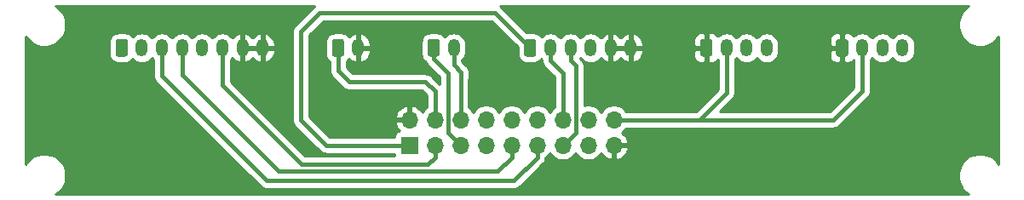
<source format=gtl>
G04 #@! TF.GenerationSoftware,KiCad,Pcbnew,(5.1.5)-3*
G04 #@! TF.CreationDate,2020-05-29T16:33:12+07:00*
G04 #@! TF.ProjectId,LIBV_Pannel,4c494256-5f50-4616-9e6e-656c2e6b6963,rev?*
G04 #@! TF.SameCoordinates,PX53724e0PY5fd8220*
G04 #@! TF.FileFunction,Copper,L1,Top*
G04 #@! TF.FilePolarity,Positive*
%FSLAX46Y46*%
G04 Gerber Fmt 4.6, Leading zero omitted, Abs format (unit mm)*
G04 Created by KiCad (PCBNEW (5.1.5)-3) date 2020-05-29 16:33:12*
%MOMM*%
%LPD*%
G04 APERTURE LIST*
%ADD10O,1.200000X1.750000*%
%ADD11C,0.100000*%
%ADD12O,1.700000X1.700000*%
%ADD13R,1.700000X1.700000*%
%ADD14C,0.400000*%
%ADD15C,0.254000*%
G04 APERTURE END LIST*
D10*
X60800000Y15200000D03*
X58800000Y15200000D03*
X56800000Y15200000D03*
X54800000Y15200000D03*
X52800000Y15200000D03*
G04 #@! TA.AperFunction,ComponentPad*
D11*
G36*
X51174505Y16073796D02*
G01*
X51198773Y16070196D01*
X51222572Y16064235D01*
X51245671Y16055970D01*
X51267850Y16045480D01*
X51288893Y16032868D01*
X51308599Y16018253D01*
X51326777Y16001777D01*
X51343253Y15983599D01*
X51357868Y15963893D01*
X51370480Y15942850D01*
X51380970Y15920671D01*
X51389235Y15897572D01*
X51395196Y15873773D01*
X51398796Y15849505D01*
X51400000Y15825001D01*
X51400000Y14574999D01*
X51398796Y14550495D01*
X51395196Y14526227D01*
X51389235Y14502428D01*
X51380970Y14479329D01*
X51370480Y14457150D01*
X51357868Y14436107D01*
X51343253Y14416401D01*
X51326777Y14398223D01*
X51308599Y14381747D01*
X51288893Y14367132D01*
X51267850Y14354520D01*
X51245671Y14344030D01*
X51222572Y14335765D01*
X51198773Y14329804D01*
X51174505Y14326204D01*
X51150001Y14325000D01*
X50449999Y14325000D01*
X50425495Y14326204D01*
X50401227Y14329804D01*
X50377428Y14335765D01*
X50354329Y14344030D01*
X50332150Y14354520D01*
X50311107Y14367132D01*
X50291401Y14381747D01*
X50273223Y14398223D01*
X50256747Y14416401D01*
X50242132Y14436107D01*
X50229520Y14457150D01*
X50219030Y14479329D01*
X50210765Y14502428D01*
X50204804Y14526227D01*
X50201204Y14550495D01*
X50200000Y14574999D01*
X50200000Y15825001D01*
X50201204Y15849505D01*
X50204804Y15873773D01*
X50210765Y15897572D01*
X50219030Y15920671D01*
X50229520Y15942850D01*
X50242132Y15963893D01*
X50256747Y15983599D01*
X50273223Y16001777D01*
X50291401Y16018253D01*
X50311107Y16032868D01*
X50332150Y16045480D01*
X50354329Y16055970D01*
X50377428Y16064235D01*
X50401227Y16070196D01*
X50425495Y16073796D01*
X50449999Y16075000D01*
X51150001Y16075000D01*
X51174505Y16073796D01*
G37*
G04 #@! TD.AperFunction*
D10*
X33700000Y15200000D03*
G04 #@! TA.AperFunction,ComponentPad*
D11*
G36*
X32074505Y16073796D02*
G01*
X32098773Y16070196D01*
X32122572Y16064235D01*
X32145671Y16055970D01*
X32167850Y16045480D01*
X32188893Y16032868D01*
X32208599Y16018253D01*
X32226777Y16001777D01*
X32243253Y15983599D01*
X32257868Y15963893D01*
X32270480Y15942850D01*
X32280970Y15920671D01*
X32289235Y15897572D01*
X32295196Y15873773D01*
X32298796Y15849505D01*
X32300000Y15825001D01*
X32300000Y14574999D01*
X32298796Y14550495D01*
X32295196Y14526227D01*
X32289235Y14502428D01*
X32280970Y14479329D01*
X32270480Y14457150D01*
X32257868Y14436107D01*
X32243253Y14416401D01*
X32226777Y14398223D01*
X32208599Y14381747D01*
X32188893Y14367132D01*
X32167850Y14354520D01*
X32145671Y14344030D01*
X32122572Y14335765D01*
X32098773Y14329804D01*
X32074505Y14326204D01*
X32050001Y14325000D01*
X31349999Y14325000D01*
X31325495Y14326204D01*
X31301227Y14329804D01*
X31277428Y14335765D01*
X31254329Y14344030D01*
X31232150Y14354520D01*
X31211107Y14367132D01*
X31191401Y14381747D01*
X31173223Y14398223D01*
X31156747Y14416401D01*
X31142132Y14436107D01*
X31129520Y14457150D01*
X31119030Y14479329D01*
X31110765Y14502428D01*
X31104804Y14526227D01*
X31101204Y14550495D01*
X31100000Y14574999D01*
X31100000Y15825001D01*
X31101204Y15849505D01*
X31104804Y15873773D01*
X31110765Y15897572D01*
X31119030Y15920671D01*
X31129520Y15942850D01*
X31142132Y15963893D01*
X31156747Y15983599D01*
X31173223Y16001777D01*
X31191401Y16018253D01*
X31211107Y16032868D01*
X31232150Y16045480D01*
X31254329Y16055970D01*
X31277428Y16064235D01*
X31301227Y16070196D01*
X31325495Y16073796D01*
X31349999Y16075000D01*
X32050001Y16075000D01*
X32074505Y16073796D01*
G37*
G04 #@! TD.AperFunction*
D10*
X87800000Y15200000D03*
X85800000Y15200000D03*
X83800000Y15200000D03*
G04 #@! TA.AperFunction,ComponentPad*
D11*
G36*
X82174505Y16073796D02*
G01*
X82198773Y16070196D01*
X82222572Y16064235D01*
X82245671Y16055970D01*
X82267850Y16045480D01*
X82288893Y16032868D01*
X82308599Y16018253D01*
X82326777Y16001777D01*
X82343253Y15983599D01*
X82357868Y15963893D01*
X82370480Y15942850D01*
X82380970Y15920671D01*
X82389235Y15897572D01*
X82395196Y15873773D01*
X82398796Y15849505D01*
X82400000Y15825001D01*
X82400000Y14574999D01*
X82398796Y14550495D01*
X82395196Y14526227D01*
X82389235Y14502428D01*
X82380970Y14479329D01*
X82370480Y14457150D01*
X82357868Y14436107D01*
X82343253Y14416401D01*
X82326777Y14398223D01*
X82308599Y14381747D01*
X82288893Y14367132D01*
X82267850Y14354520D01*
X82245671Y14344030D01*
X82222572Y14335765D01*
X82198773Y14329804D01*
X82174505Y14326204D01*
X82150001Y14325000D01*
X81449999Y14325000D01*
X81425495Y14326204D01*
X81401227Y14329804D01*
X81377428Y14335765D01*
X81354329Y14344030D01*
X81332150Y14354520D01*
X81311107Y14367132D01*
X81291401Y14381747D01*
X81273223Y14398223D01*
X81256747Y14416401D01*
X81242132Y14436107D01*
X81229520Y14457150D01*
X81219030Y14479329D01*
X81210765Y14502428D01*
X81204804Y14526227D01*
X81201204Y14550495D01*
X81200000Y14574999D01*
X81200000Y15825001D01*
X81201204Y15849505D01*
X81204804Y15873773D01*
X81210765Y15897572D01*
X81219030Y15920671D01*
X81229520Y15942850D01*
X81242132Y15963893D01*
X81256747Y15983599D01*
X81273223Y16001777D01*
X81291401Y16018253D01*
X81311107Y16032868D01*
X81332150Y16045480D01*
X81354329Y16055970D01*
X81377428Y16064235D01*
X81401227Y16070196D01*
X81425495Y16073796D01*
X81449999Y16075000D01*
X82150001Y16075000D01*
X82174505Y16073796D01*
G37*
G04 #@! TD.AperFunction*
D10*
X43200000Y15200000D03*
G04 #@! TA.AperFunction,ComponentPad*
D11*
G36*
X41574505Y16073796D02*
G01*
X41598773Y16070196D01*
X41622572Y16064235D01*
X41645671Y16055970D01*
X41667850Y16045480D01*
X41688893Y16032868D01*
X41708599Y16018253D01*
X41726777Y16001777D01*
X41743253Y15983599D01*
X41757868Y15963893D01*
X41770480Y15942850D01*
X41780970Y15920671D01*
X41789235Y15897572D01*
X41795196Y15873773D01*
X41798796Y15849505D01*
X41800000Y15825001D01*
X41800000Y14574999D01*
X41798796Y14550495D01*
X41795196Y14526227D01*
X41789235Y14502428D01*
X41780970Y14479329D01*
X41770480Y14457150D01*
X41757868Y14436107D01*
X41743253Y14416401D01*
X41726777Y14398223D01*
X41708599Y14381747D01*
X41688893Y14367132D01*
X41667850Y14354520D01*
X41645671Y14344030D01*
X41622572Y14335765D01*
X41598773Y14329804D01*
X41574505Y14326204D01*
X41550001Y14325000D01*
X40849999Y14325000D01*
X40825495Y14326204D01*
X40801227Y14329804D01*
X40777428Y14335765D01*
X40754329Y14344030D01*
X40732150Y14354520D01*
X40711107Y14367132D01*
X40691401Y14381747D01*
X40673223Y14398223D01*
X40656747Y14416401D01*
X40642132Y14436107D01*
X40629520Y14457150D01*
X40619030Y14479329D01*
X40610765Y14502428D01*
X40604804Y14526227D01*
X40601204Y14550495D01*
X40600000Y14574999D01*
X40600000Y15825001D01*
X40601204Y15849505D01*
X40604804Y15873773D01*
X40610765Y15897572D01*
X40619030Y15920671D01*
X40629520Y15942850D01*
X40642132Y15963893D01*
X40656747Y15983599D01*
X40673223Y16001777D01*
X40691401Y16018253D01*
X40711107Y16032868D01*
X40732150Y16045480D01*
X40754329Y16055970D01*
X40777428Y16064235D01*
X40801227Y16070196D01*
X40825495Y16073796D01*
X40849999Y16075000D01*
X41550001Y16075000D01*
X41574505Y16073796D01*
G37*
G04 #@! TD.AperFunction*
D10*
X74300000Y15200000D03*
X72300000Y15200000D03*
X70300000Y15200000D03*
G04 #@! TA.AperFunction,ComponentPad*
D11*
G36*
X68674505Y16073796D02*
G01*
X68698773Y16070196D01*
X68722572Y16064235D01*
X68745671Y16055970D01*
X68767850Y16045480D01*
X68788893Y16032868D01*
X68808599Y16018253D01*
X68826777Y16001777D01*
X68843253Y15983599D01*
X68857868Y15963893D01*
X68870480Y15942850D01*
X68880970Y15920671D01*
X68889235Y15897572D01*
X68895196Y15873773D01*
X68898796Y15849505D01*
X68900000Y15825001D01*
X68900000Y14574999D01*
X68898796Y14550495D01*
X68895196Y14526227D01*
X68889235Y14502428D01*
X68880970Y14479329D01*
X68870480Y14457150D01*
X68857868Y14436107D01*
X68843253Y14416401D01*
X68826777Y14398223D01*
X68808599Y14381747D01*
X68788893Y14367132D01*
X68767850Y14354520D01*
X68745671Y14344030D01*
X68722572Y14335765D01*
X68698773Y14329804D01*
X68674505Y14326204D01*
X68650001Y14325000D01*
X67949999Y14325000D01*
X67925495Y14326204D01*
X67901227Y14329804D01*
X67877428Y14335765D01*
X67854329Y14344030D01*
X67832150Y14354520D01*
X67811107Y14367132D01*
X67791401Y14381747D01*
X67773223Y14398223D01*
X67756747Y14416401D01*
X67742132Y14436107D01*
X67729520Y14457150D01*
X67719030Y14479329D01*
X67710765Y14502428D01*
X67704804Y14526227D01*
X67701204Y14550495D01*
X67700000Y14574999D01*
X67700000Y15825001D01*
X67701204Y15849505D01*
X67704804Y15873773D01*
X67710765Y15897572D01*
X67719030Y15920671D01*
X67729520Y15942850D01*
X67742132Y15963893D01*
X67756747Y15983599D01*
X67773223Y16001777D01*
X67791401Y16018253D01*
X67811107Y16032868D01*
X67832150Y16045480D01*
X67854329Y16055970D01*
X67877428Y16064235D01*
X67901227Y16070196D01*
X67925495Y16073796D01*
X67949999Y16075000D01*
X68650001Y16075000D01*
X68674505Y16073796D01*
G37*
G04 #@! TD.AperFunction*
D10*
X24200000Y15200000D03*
X22200000Y15200000D03*
X20200000Y15200000D03*
X18200000Y15200000D03*
X16200000Y15200000D03*
X14200000Y15200000D03*
X12200000Y15200000D03*
G04 #@! TA.AperFunction,ComponentPad*
D11*
G36*
X10574505Y16073796D02*
G01*
X10598773Y16070196D01*
X10622572Y16064235D01*
X10645671Y16055970D01*
X10667850Y16045480D01*
X10688893Y16032868D01*
X10708599Y16018253D01*
X10726777Y16001777D01*
X10743253Y15983599D01*
X10757868Y15963893D01*
X10770480Y15942850D01*
X10780970Y15920671D01*
X10789235Y15897572D01*
X10795196Y15873773D01*
X10798796Y15849505D01*
X10800000Y15825001D01*
X10800000Y14574999D01*
X10798796Y14550495D01*
X10795196Y14526227D01*
X10789235Y14502428D01*
X10780970Y14479329D01*
X10770480Y14457150D01*
X10757868Y14436107D01*
X10743253Y14416401D01*
X10726777Y14398223D01*
X10708599Y14381747D01*
X10688893Y14367132D01*
X10667850Y14354520D01*
X10645671Y14344030D01*
X10622572Y14335765D01*
X10598773Y14329804D01*
X10574505Y14326204D01*
X10550001Y14325000D01*
X9849999Y14325000D01*
X9825495Y14326204D01*
X9801227Y14329804D01*
X9777428Y14335765D01*
X9754329Y14344030D01*
X9732150Y14354520D01*
X9711107Y14367132D01*
X9691401Y14381747D01*
X9673223Y14398223D01*
X9656747Y14416401D01*
X9642132Y14436107D01*
X9629520Y14457150D01*
X9619030Y14479329D01*
X9610765Y14502428D01*
X9604804Y14526227D01*
X9601204Y14550495D01*
X9600000Y14574999D01*
X9600000Y15825001D01*
X9601204Y15849505D01*
X9604804Y15873773D01*
X9610765Y15897572D01*
X9619030Y15920671D01*
X9629520Y15942850D01*
X9642132Y15963893D01*
X9656747Y15983599D01*
X9673223Y16001777D01*
X9691401Y16018253D01*
X9711107Y16032868D01*
X9732150Y16045480D01*
X9754329Y16055970D01*
X9777428Y16064235D01*
X9801227Y16070196D01*
X9825495Y16073796D01*
X9849999Y16075000D01*
X10550001Y16075000D01*
X10574505Y16073796D01*
G37*
G04 #@! TD.AperFunction*
D12*
X59120000Y8040000D03*
X59120000Y5500000D03*
X56580000Y8040000D03*
X56580000Y5500000D03*
X54040000Y8040000D03*
X54040000Y5500000D03*
X51500000Y8040000D03*
X51500000Y5500000D03*
X48960000Y8040000D03*
X48960000Y5500000D03*
X46420000Y8040000D03*
X46420000Y5500000D03*
X43880000Y8040000D03*
X43880000Y5500000D03*
X41340000Y8040000D03*
X41340000Y5500000D03*
X38800000Y8040000D03*
D13*
X38800000Y5500000D03*
D14*
X70300000Y15200000D02*
X70300000Y10700000D01*
X83800000Y10900000D02*
X83800000Y15200000D01*
X67640000Y8040000D02*
X70300000Y10700000D01*
X59120000Y8040000D02*
X67640000Y8040000D01*
X80940000Y8040000D02*
X83800000Y10900000D01*
X67640000Y8040000D02*
X80940000Y8040000D01*
X54040000Y12685000D02*
X54040000Y8040000D01*
X52800000Y15200000D02*
X52800000Y13925000D01*
X52800000Y13925000D02*
X54040000Y12685000D01*
X54800000Y13925000D02*
X54800000Y15200000D01*
X55329999Y13395001D02*
X54800000Y13925000D01*
X55329999Y6789999D02*
X55329999Y13395001D01*
X54040000Y5500000D02*
X55329999Y6789999D01*
X51500000Y4297919D02*
X49202081Y2000000D01*
X51500000Y5500000D02*
X51500000Y4297919D01*
X49202081Y2000000D02*
X24600000Y2000000D01*
X14200000Y12400000D02*
X14200000Y15200000D01*
X24600000Y2000000D02*
X14200000Y12400000D01*
X48960000Y4297919D02*
X47562081Y2900000D01*
X48960000Y5500000D02*
X48960000Y4297919D01*
X47562081Y2900000D02*
X25800000Y2900000D01*
X16200000Y12500000D02*
X16200000Y15200000D01*
X25800000Y2900000D02*
X16200000Y12500000D01*
X43899128Y12800872D02*
X43200000Y13500000D01*
X43899128Y12300872D02*
X43899128Y12800872D01*
X43200000Y15200000D02*
X43200000Y13500000D01*
X43880000Y12281744D02*
X43899128Y12300872D01*
X43880000Y8040000D02*
X43880000Y12281744D01*
X41200000Y14080002D02*
X41200000Y15200000D01*
X42629999Y12650003D02*
X41200000Y14080002D01*
X42629999Y6750001D02*
X42629999Y12650003D01*
X43880000Y5500000D02*
X42629999Y6750001D01*
X31700000Y15200000D02*
X31700000Y12900000D01*
X31700000Y12900000D02*
X32800000Y11800000D01*
X32800000Y11800000D02*
X40400000Y11800000D01*
X40400000Y11800000D02*
X41340000Y10860000D01*
X41340000Y8040000D02*
X41340000Y10860000D01*
X41340000Y4297919D02*
X40642081Y3600000D01*
X41340000Y5500000D02*
X41340000Y4297919D01*
X40642081Y3600000D02*
X28100000Y3600000D01*
X20200000Y11500000D02*
X20200000Y15200000D01*
X28100000Y3600000D02*
X20200000Y11500000D01*
X50800000Y15200000D02*
X47300000Y18700000D01*
X47300000Y18700000D02*
X29900000Y18700000D01*
X29900000Y18700000D02*
X28000000Y16800000D01*
X28000000Y16800000D02*
X28000000Y8000000D01*
X30500000Y5500000D02*
X38800000Y5500000D01*
X28000000Y8000000D02*
X30500000Y5500000D01*
D15*
G36*
X29339185Y19319943D02*
G01*
X29306709Y19293291D01*
X29280563Y19261432D01*
X27438579Y17419446D01*
X27406709Y17393291D01*
X27302365Y17266146D01*
X27302364Y17266145D01*
X27224828Y17121086D01*
X27177082Y16963688D01*
X27160960Y16800000D01*
X27165000Y16758981D01*
X27165001Y8041029D01*
X27160960Y8000000D01*
X27177082Y7836312D01*
X27224828Y7678914D01*
X27302364Y7533855D01*
X27302365Y7533854D01*
X27406710Y7406709D01*
X27438574Y7380559D01*
X29880563Y4938568D01*
X29906709Y4906709D01*
X29938568Y4880563D01*
X29938570Y4880561D01*
X30033854Y4802364D01*
X30178913Y4724828D01*
X30336311Y4677082D01*
X30413262Y4669503D01*
X30500000Y4660960D01*
X30541018Y4665000D01*
X37311928Y4665000D01*
X37311928Y4650000D01*
X37324188Y4525518D01*
X37351646Y4435000D01*
X28445868Y4435000D01*
X21035000Y11845867D01*
X21035000Y14012618D01*
X21077502Y14047498D01*
X21200481Y14197348D01*
X21243693Y14133275D01*
X21416526Y13961922D01*
X21619467Y13827579D01*
X21844718Y13735409D01*
X21882391Y13731538D01*
X22073000Y13856269D01*
X22073000Y15073000D01*
X22327000Y15073000D01*
X22327000Y13856269D01*
X22517609Y13731538D01*
X22555282Y13735409D01*
X22780533Y13827579D01*
X22983474Y13961922D01*
X23156307Y14133275D01*
X23200000Y14198061D01*
X23243693Y14133275D01*
X23416526Y13961922D01*
X23619467Y13827579D01*
X23844718Y13735409D01*
X23882391Y13731538D01*
X24073000Y13856269D01*
X24073000Y15073000D01*
X24327000Y15073000D01*
X24327000Y13856269D01*
X24517609Y13731538D01*
X24555282Y13735409D01*
X24780533Y13827579D01*
X24983474Y13961922D01*
X25156307Y14133275D01*
X25292390Y14335054D01*
X25386493Y14559504D01*
X25435000Y14798000D01*
X25435000Y15073000D01*
X24327000Y15073000D01*
X24073000Y15073000D01*
X22327000Y15073000D01*
X22073000Y15073000D01*
X22053000Y15073000D01*
X22053000Y15327000D01*
X22073000Y15327000D01*
X22073000Y16543731D01*
X22327000Y16543731D01*
X22327000Y15327000D01*
X24073000Y15327000D01*
X24073000Y16543731D01*
X24327000Y16543731D01*
X24327000Y15327000D01*
X25435000Y15327000D01*
X25435000Y15602000D01*
X25386493Y15840496D01*
X25292390Y16064946D01*
X25156307Y16266725D01*
X24983474Y16438078D01*
X24780533Y16572421D01*
X24555282Y16664591D01*
X24517609Y16668462D01*
X24327000Y16543731D01*
X24073000Y16543731D01*
X23882391Y16668462D01*
X23844718Y16664591D01*
X23619467Y16572421D01*
X23416526Y16438078D01*
X23243693Y16266725D01*
X23200000Y16201939D01*
X23156307Y16266725D01*
X22983474Y16438078D01*
X22780533Y16572421D01*
X22555282Y16664591D01*
X22517609Y16668462D01*
X22327000Y16543731D01*
X22073000Y16543731D01*
X21882391Y16668462D01*
X21844718Y16664591D01*
X21619467Y16572421D01*
X21416526Y16438078D01*
X21243693Y16266725D01*
X21200481Y16202652D01*
X21077502Y16352502D01*
X20889448Y16506833D01*
X20674900Y16621511D01*
X20442101Y16692130D01*
X20200000Y16715975D01*
X19957898Y16692130D01*
X19725099Y16621511D01*
X19510551Y16506833D01*
X19322498Y16352502D01*
X19200000Y16203237D01*
X19077502Y16352502D01*
X18889448Y16506833D01*
X18674900Y16621511D01*
X18442101Y16692130D01*
X18200000Y16715975D01*
X17957898Y16692130D01*
X17725099Y16621511D01*
X17510551Y16506833D01*
X17322498Y16352502D01*
X17200000Y16203237D01*
X17077502Y16352502D01*
X16889448Y16506833D01*
X16674900Y16621511D01*
X16442101Y16692130D01*
X16200000Y16715975D01*
X15957898Y16692130D01*
X15725099Y16621511D01*
X15510551Y16506833D01*
X15322498Y16352502D01*
X15200000Y16203237D01*
X15077502Y16352502D01*
X14889448Y16506833D01*
X14674900Y16621511D01*
X14442101Y16692130D01*
X14200000Y16715975D01*
X13957898Y16692130D01*
X13725099Y16621511D01*
X13510551Y16506833D01*
X13322498Y16352502D01*
X13200000Y16203237D01*
X13077502Y16352502D01*
X12889448Y16506833D01*
X12674900Y16621511D01*
X12442101Y16692130D01*
X12200000Y16715975D01*
X11957898Y16692130D01*
X11725099Y16621511D01*
X11510551Y16506833D01*
X11322498Y16352502D01*
X11290809Y16313889D01*
X11288405Y16318387D01*
X11177962Y16452962D01*
X11043387Y16563405D01*
X10889851Y16645472D01*
X10723255Y16696008D01*
X10550001Y16713072D01*
X9849999Y16713072D01*
X9676745Y16696008D01*
X9510149Y16645472D01*
X9356613Y16563405D01*
X9222038Y16452962D01*
X9111595Y16318387D01*
X9029528Y16164851D01*
X8978992Y15998255D01*
X8961928Y15825001D01*
X8961928Y14574999D01*
X8978992Y14401745D01*
X9029528Y14235149D01*
X9111595Y14081613D01*
X9222038Y13947038D01*
X9356613Y13836595D01*
X9510149Y13754528D01*
X9676745Y13703992D01*
X9849999Y13686928D01*
X10550001Y13686928D01*
X10723255Y13703992D01*
X10889851Y13754528D01*
X11043387Y13836595D01*
X11177962Y13947038D01*
X11288405Y14081613D01*
X11290810Y14086112D01*
X11322499Y14047498D01*
X11510552Y13893167D01*
X11725100Y13778489D01*
X11957899Y13707870D01*
X12200000Y13684025D01*
X12442102Y13707870D01*
X12674901Y13778489D01*
X12889449Y13893167D01*
X13077502Y14047498D01*
X13200001Y14196763D01*
X13322499Y14047498D01*
X13365001Y14012618D01*
X13365000Y12441019D01*
X13360960Y12400000D01*
X13365000Y12358982D01*
X13377082Y12236312D01*
X13424828Y12078914D01*
X13502364Y11933855D01*
X13606709Y11806709D01*
X13638579Y11780554D01*
X23980559Y1438573D01*
X24006709Y1406709D01*
X24071362Y1353650D01*
X24133854Y1302364D01*
X24278913Y1224828D01*
X24436311Y1177082D01*
X24599999Y1160960D01*
X24641018Y1165000D01*
X49161063Y1165000D01*
X49202081Y1160960D01*
X49243099Y1165000D01*
X49243100Y1165000D01*
X49365770Y1177082D01*
X49523168Y1224828D01*
X49668227Y1302364D01*
X49795372Y1406709D01*
X49821527Y1438579D01*
X52061427Y3678478D01*
X52093291Y3704628D01*
X52197636Y3831773D01*
X52275172Y3976832D01*
X52322918Y4134230D01*
X52335000Y4256900D01*
X52335000Y4256902D01*
X52336585Y4272994D01*
X52446632Y4346525D01*
X52653475Y4553368D01*
X52770000Y4727760D01*
X52886525Y4553368D01*
X53093368Y4346525D01*
X53336589Y4184010D01*
X53606842Y4072068D01*
X53893740Y4015000D01*
X54186260Y4015000D01*
X54473158Y4072068D01*
X54743411Y4184010D01*
X54986632Y4346525D01*
X55193475Y4553368D01*
X55310000Y4727760D01*
X55426525Y4553368D01*
X55633368Y4346525D01*
X55876589Y4184010D01*
X56146842Y4072068D01*
X56433740Y4015000D01*
X56726260Y4015000D01*
X57013158Y4072068D01*
X57283411Y4184010D01*
X57526632Y4346525D01*
X57733475Y4553368D01*
X57855195Y4735534D01*
X57924822Y4618645D01*
X58119731Y4402412D01*
X58353080Y4228359D01*
X58615901Y4103175D01*
X58763110Y4058524D01*
X58993000Y4179845D01*
X58993000Y5373000D01*
X59247000Y5373000D01*
X59247000Y4179845D01*
X59476890Y4058524D01*
X59624099Y4103175D01*
X59886920Y4228359D01*
X60120269Y4402412D01*
X60315178Y4618645D01*
X60464157Y4868748D01*
X60561481Y5143109D01*
X60440814Y5373000D01*
X59247000Y5373000D01*
X58993000Y5373000D01*
X58973000Y5373000D01*
X58973000Y5627000D01*
X58993000Y5627000D01*
X58993000Y5647000D01*
X59247000Y5647000D01*
X59247000Y5627000D01*
X60440814Y5627000D01*
X60561481Y5856891D01*
X60464157Y6131252D01*
X60315178Y6381355D01*
X60120269Y6597588D01*
X59890594Y6768900D01*
X60066632Y6886525D01*
X60273475Y7093368D01*
X60348065Y7205000D01*
X67598982Y7205000D01*
X67640000Y7200960D01*
X67681018Y7205000D01*
X80898982Y7205000D01*
X80940000Y7200960D01*
X80981018Y7205000D01*
X80981019Y7205000D01*
X81103689Y7217082D01*
X81261087Y7264828D01*
X81406146Y7342364D01*
X81533291Y7446709D01*
X81559446Y7478579D01*
X84361433Y10280564D01*
X84393291Y10306709D01*
X84497636Y10433854D01*
X84575172Y10578913D01*
X84622918Y10736311D01*
X84635000Y10858981D01*
X84635000Y10858982D01*
X84639040Y10900000D01*
X84635000Y10941018D01*
X84635000Y14012618D01*
X84677502Y14047498D01*
X84800001Y14196763D01*
X84922499Y14047498D01*
X85110552Y13893167D01*
X85325100Y13778489D01*
X85557899Y13707870D01*
X85800000Y13684025D01*
X86042102Y13707870D01*
X86274901Y13778489D01*
X86489449Y13893167D01*
X86677502Y14047498D01*
X86800001Y14196763D01*
X86922499Y14047498D01*
X87110552Y13893167D01*
X87325100Y13778489D01*
X87557899Y13707870D01*
X87800000Y13684025D01*
X88042102Y13707870D01*
X88274901Y13778489D01*
X88489449Y13893167D01*
X88677502Y14047498D01*
X88831833Y14235551D01*
X88946511Y14450100D01*
X89017130Y14682899D01*
X89035000Y14864336D01*
X89035000Y15535665D01*
X89017130Y15717102D01*
X88946511Y15949901D01*
X88831833Y16164449D01*
X88677502Y16352502D01*
X88489448Y16506833D01*
X88274900Y16621511D01*
X88042101Y16692130D01*
X87800000Y16715975D01*
X87557898Y16692130D01*
X87325099Y16621511D01*
X87110551Y16506833D01*
X86922498Y16352502D01*
X86800000Y16203237D01*
X86677502Y16352502D01*
X86489448Y16506833D01*
X86274900Y16621511D01*
X86042101Y16692130D01*
X85800000Y16715975D01*
X85557898Y16692130D01*
X85325099Y16621511D01*
X85110551Y16506833D01*
X84922498Y16352502D01*
X84800000Y16203237D01*
X84677502Y16352502D01*
X84489448Y16506833D01*
X84274900Y16621511D01*
X84042101Y16692130D01*
X83800000Y16715975D01*
X83557898Y16692130D01*
X83325099Y16621511D01*
X83110551Y16506833D01*
X82956691Y16380564D01*
X82930537Y16429494D01*
X82851185Y16526185D01*
X82754494Y16605537D01*
X82644180Y16664502D01*
X82524482Y16700812D01*
X82400000Y16713072D01*
X82085750Y16710000D01*
X81927000Y16551250D01*
X81927000Y15327000D01*
X81947000Y15327000D01*
X81947000Y15073000D01*
X81927000Y15073000D01*
X81927000Y13848750D01*
X82085750Y13690000D01*
X82400000Y13686928D01*
X82524482Y13699188D01*
X82644180Y13735498D01*
X82754494Y13794463D01*
X82851185Y13873815D01*
X82930537Y13970506D01*
X82956692Y14019437D01*
X82965001Y14012618D01*
X82965000Y11245869D01*
X80594133Y8875000D01*
X69655868Y8875000D01*
X70861427Y10080559D01*
X70893291Y10106709D01*
X70997636Y10233854D01*
X71075172Y10378913D01*
X71122918Y10536311D01*
X71135000Y10658981D01*
X71139040Y10699999D01*
X71135000Y10741018D01*
X71135000Y14012618D01*
X71177502Y14047498D01*
X71300001Y14196763D01*
X71422499Y14047498D01*
X71610552Y13893167D01*
X71825100Y13778489D01*
X72057899Y13707870D01*
X72300000Y13684025D01*
X72542102Y13707870D01*
X72774901Y13778489D01*
X72989449Y13893167D01*
X73177502Y14047498D01*
X73300001Y14196763D01*
X73422499Y14047498D01*
X73610552Y13893167D01*
X73825100Y13778489D01*
X74057899Y13707870D01*
X74300000Y13684025D01*
X74542102Y13707870D01*
X74774901Y13778489D01*
X74989449Y13893167D01*
X75177502Y14047498D01*
X75331833Y14235551D01*
X75379644Y14325000D01*
X80561928Y14325000D01*
X80574188Y14200518D01*
X80610498Y14080820D01*
X80669463Y13970506D01*
X80748815Y13873815D01*
X80845506Y13794463D01*
X80955820Y13735498D01*
X81075518Y13699188D01*
X81200000Y13686928D01*
X81514250Y13690000D01*
X81673000Y13848750D01*
X81673000Y15073000D01*
X80723750Y15073000D01*
X80565000Y14914250D01*
X80561928Y14325000D01*
X75379644Y14325000D01*
X75446511Y14450100D01*
X75517130Y14682899D01*
X75535000Y14864336D01*
X75535000Y15535665D01*
X75517130Y15717102D01*
X75446511Y15949901D01*
X75379645Y16075000D01*
X80561928Y16075000D01*
X80565000Y15485750D01*
X80723750Y15327000D01*
X81673000Y15327000D01*
X81673000Y16551250D01*
X81514250Y16710000D01*
X81200000Y16713072D01*
X81075518Y16700812D01*
X80955820Y16664502D01*
X80845506Y16605537D01*
X80748815Y16526185D01*
X80669463Y16429494D01*
X80610498Y16319180D01*
X80574188Y16199482D01*
X80561928Y16075000D01*
X75379645Y16075000D01*
X75331833Y16164449D01*
X75177502Y16352502D01*
X74989448Y16506833D01*
X74774900Y16621511D01*
X74542101Y16692130D01*
X74300000Y16715975D01*
X74057898Y16692130D01*
X73825099Y16621511D01*
X73610551Y16506833D01*
X73422498Y16352502D01*
X73300000Y16203237D01*
X73177502Y16352502D01*
X72989448Y16506833D01*
X72774900Y16621511D01*
X72542101Y16692130D01*
X72300000Y16715975D01*
X72057898Y16692130D01*
X71825099Y16621511D01*
X71610551Y16506833D01*
X71422498Y16352502D01*
X71300000Y16203237D01*
X71177502Y16352502D01*
X70989448Y16506833D01*
X70774900Y16621511D01*
X70542101Y16692130D01*
X70300000Y16715975D01*
X70057898Y16692130D01*
X69825099Y16621511D01*
X69610551Y16506833D01*
X69456691Y16380564D01*
X69430537Y16429494D01*
X69351185Y16526185D01*
X69254494Y16605537D01*
X69144180Y16664502D01*
X69024482Y16700812D01*
X68900000Y16713072D01*
X68585750Y16710000D01*
X68427000Y16551250D01*
X68427000Y15327000D01*
X68447000Y15327000D01*
X68447000Y15073000D01*
X68427000Y15073000D01*
X68427000Y13848750D01*
X68585750Y13690000D01*
X68900000Y13686928D01*
X69024482Y13699188D01*
X69144180Y13735498D01*
X69254494Y13794463D01*
X69351185Y13873815D01*
X69430537Y13970506D01*
X69456692Y14019437D01*
X69465000Y14012618D01*
X69465001Y11045869D01*
X67294133Y8875000D01*
X60348065Y8875000D01*
X60273475Y8986632D01*
X60066632Y9193475D01*
X59823411Y9355990D01*
X59553158Y9467932D01*
X59266260Y9525000D01*
X58973740Y9525000D01*
X58686842Y9467932D01*
X58416589Y9355990D01*
X58173368Y9193475D01*
X57966525Y8986632D01*
X57850000Y8812240D01*
X57733475Y8986632D01*
X57526632Y9193475D01*
X57283411Y9355990D01*
X57013158Y9467932D01*
X56726260Y9525000D01*
X56433740Y9525000D01*
X56164999Y9471544D01*
X56164999Y13353983D01*
X56169039Y13395001D01*
X56162750Y13458855D01*
X56152917Y13558690D01*
X56105171Y13716088D01*
X56027635Y13861147D01*
X55923290Y13988292D01*
X55891425Y14014443D01*
X55759029Y14146839D01*
X55800001Y14196763D01*
X55922499Y14047498D01*
X56110552Y13893167D01*
X56325100Y13778489D01*
X56557899Y13707870D01*
X56800000Y13684025D01*
X57042102Y13707870D01*
X57274901Y13778489D01*
X57489449Y13893167D01*
X57677502Y14047498D01*
X57800481Y14197348D01*
X57843693Y14133275D01*
X58016526Y13961922D01*
X58219467Y13827579D01*
X58444718Y13735409D01*
X58482391Y13731538D01*
X58673000Y13856269D01*
X58673000Y15073000D01*
X58927000Y15073000D01*
X58927000Y13856269D01*
X59117609Y13731538D01*
X59155282Y13735409D01*
X59380533Y13827579D01*
X59583474Y13961922D01*
X59756307Y14133275D01*
X59800000Y14198061D01*
X59843693Y14133275D01*
X60016526Y13961922D01*
X60219467Y13827579D01*
X60444718Y13735409D01*
X60482391Y13731538D01*
X60673000Y13856269D01*
X60673000Y15073000D01*
X60927000Y15073000D01*
X60927000Y13856269D01*
X61117609Y13731538D01*
X61155282Y13735409D01*
X61380533Y13827579D01*
X61583474Y13961922D01*
X61756307Y14133275D01*
X61885609Y14325000D01*
X67061928Y14325000D01*
X67074188Y14200518D01*
X67110498Y14080820D01*
X67169463Y13970506D01*
X67248815Y13873815D01*
X67345506Y13794463D01*
X67455820Y13735498D01*
X67575518Y13699188D01*
X67700000Y13686928D01*
X68014250Y13690000D01*
X68173000Y13848750D01*
X68173000Y15073000D01*
X67223750Y15073000D01*
X67065000Y14914250D01*
X67061928Y14325000D01*
X61885609Y14325000D01*
X61892390Y14335054D01*
X61986493Y14559504D01*
X62035000Y14798000D01*
X62035000Y15073000D01*
X60927000Y15073000D01*
X60673000Y15073000D01*
X58927000Y15073000D01*
X58673000Y15073000D01*
X58653000Y15073000D01*
X58653000Y15327000D01*
X58673000Y15327000D01*
X58673000Y16543731D01*
X58927000Y16543731D01*
X58927000Y15327000D01*
X60673000Y15327000D01*
X60673000Y16543731D01*
X60927000Y16543731D01*
X60927000Y15327000D01*
X62035000Y15327000D01*
X62035000Y15602000D01*
X61986493Y15840496D01*
X61892390Y16064946D01*
X61885610Y16075000D01*
X67061928Y16075000D01*
X67065000Y15485750D01*
X67223750Y15327000D01*
X68173000Y15327000D01*
X68173000Y16551250D01*
X68014250Y16710000D01*
X67700000Y16713072D01*
X67575518Y16700812D01*
X67455820Y16664502D01*
X67345506Y16605537D01*
X67248815Y16526185D01*
X67169463Y16429494D01*
X67110498Y16319180D01*
X67074188Y16199482D01*
X67061928Y16075000D01*
X61885610Y16075000D01*
X61756307Y16266725D01*
X61583474Y16438078D01*
X61380533Y16572421D01*
X61155282Y16664591D01*
X61117609Y16668462D01*
X60927000Y16543731D01*
X60673000Y16543731D01*
X60482391Y16668462D01*
X60444718Y16664591D01*
X60219467Y16572421D01*
X60016526Y16438078D01*
X59843693Y16266725D01*
X59800000Y16201939D01*
X59756307Y16266725D01*
X59583474Y16438078D01*
X59380533Y16572421D01*
X59155282Y16664591D01*
X59117609Y16668462D01*
X58927000Y16543731D01*
X58673000Y16543731D01*
X58482391Y16668462D01*
X58444718Y16664591D01*
X58219467Y16572421D01*
X58016526Y16438078D01*
X57843693Y16266725D01*
X57800481Y16202652D01*
X57677502Y16352502D01*
X57489448Y16506833D01*
X57274900Y16621511D01*
X57042101Y16692130D01*
X56800000Y16715975D01*
X56557898Y16692130D01*
X56325099Y16621511D01*
X56110551Y16506833D01*
X55922498Y16352502D01*
X55800000Y16203237D01*
X55677502Y16352502D01*
X55489448Y16506833D01*
X55274900Y16621511D01*
X55042101Y16692130D01*
X54800000Y16715975D01*
X54557898Y16692130D01*
X54325099Y16621511D01*
X54110551Y16506833D01*
X53922498Y16352502D01*
X53800000Y16203237D01*
X53677502Y16352502D01*
X53489448Y16506833D01*
X53274900Y16621511D01*
X53042101Y16692130D01*
X52800000Y16715975D01*
X52557898Y16692130D01*
X52325099Y16621511D01*
X52110551Y16506833D01*
X51922498Y16352502D01*
X51890809Y16313889D01*
X51888405Y16318387D01*
X51777962Y16452962D01*
X51643387Y16563405D01*
X51489851Y16645472D01*
X51323255Y16696008D01*
X51150001Y16713072D01*
X50467796Y16713072D01*
X47919446Y19261421D01*
X47893291Y19293291D01*
X47836376Y19340000D01*
X94348753Y19340000D01*
X94117023Y19185163D01*
X93814837Y18882977D01*
X93577412Y18527645D01*
X93413870Y18132821D01*
X93330497Y17713677D01*
X93330497Y17286323D01*
X93413870Y16867179D01*
X93577412Y16472355D01*
X93814837Y16117023D01*
X94117023Y15814837D01*
X94472355Y15577412D01*
X94867179Y15413870D01*
X95286323Y15330497D01*
X95713677Y15330497D01*
X96132821Y15413870D01*
X96527645Y15577412D01*
X96882977Y15814837D01*
X97185163Y16117023D01*
X97340001Y16348754D01*
X97340000Y3651247D01*
X97185163Y3882977D01*
X96882977Y4185163D01*
X96527645Y4422588D01*
X96132821Y4586130D01*
X95713677Y4669503D01*
X95286323Y4669503D01*
X94867179Y4586130D01*
X94472355Y4422588D01*
X94117023Y4185163D01*
X93814837Y3882977D01*
X93577412Y3527645D01*
X93413870Y3132821D01*
X93330497Y2713677D01*
X93330497Y2286323D01*
X93413870Y1867179D01*
X93577412Y1472355D01*
X93814837Y1117023D01*
X94117023Y814837D01*
X94348753Y660000D01*
X3651247Y660000D01*
X3882977Y814837D01*
X4185163Y1117023D01*
X4422588Y1472355D01*
X4586130Y1867179D01*
X4669503Y2286323D01*
X4669503Y2713677D01*
X4586130Y3132821D01*
X4422588Y3527645D01*
X4185163Y3882977D01*
X3882977Y4185163D01*
X3527645Y4422588D01*
X3132821Y4586130D01*
X2713677Y4669503D01*
X2286323Y4669503D01*
X1867179Y4586130D01*
X1472355Y4422588D01*
X1117023Y4185163D01*
X814837Y3882977D01*
X660000Y3651247D01*
X660000Y16348753D01*
X814837Y16117023D01*
X1117023Y15814837D01*
X1472355Y15577412D01*
X1867179Y15413870D01*
X2286323Y15330497D01*
X2713677Y15330497D01*
X3132821Y15413870D01*
X3527645Y15577412D01*
X3882977Y15814837D01*
X4185163Y16117023D01*
X4422588Y16472355D01*
X4586130Y16867179D01*
X4669503Y17286323D01*
X4669503Y17713677D01*
X4586130Y18132821D01*
X4422588Y18527645D01*
X4185163Y18882977D01*
X3882977Y19185163D01*
X3651247Y19340000D01*
X29363624Y19340000D01*
X29339185Y19319943D01*
G37*
X29339185Y19319943D02*
X29306709Y19293291D01*
X29280563Y19261432D01*
X27438579Y17419446D01*
X27406709Y17393291D01*
X27302365Y17266146D01*
X27302364Y17266145D01*
X27224828Y17121086D01*
X27177082Y16963688D01*
X27160960Y16800000D01*
X27165000Y16758981D01*
X27165001Y8041029D01*
X27160960Y8000000D01*
X27177082Y7836312D01*
X27224828Y7678914D01*
X27302364Y7533855D01*
X27302365Y7533854D01*
X27406710Y7406709D01*
X27438574Y7380559D01*
X29880563Y4938568D01*
X29906709Y4906709D01*
X29938568Y4880563D01*
X29938570Y4880561D01*
X30033854Y4802364D01*
X30178913Y4724828D01*
X30336311Y4677082D01*
X30413262Y4669503D01*
X30500000Y4660960D01*
X30541018Y4665000D01*
X37311928Y4665000D01*
X37311928Y4650000D01*
X37324188Y4525518D01*
X37351646Y4435000D01*
X28445868Y4435000D01*
X21035000Y11845867D01*
X21035000Y14012618D01*
X21077502Y14047498D01*
X21200481Y14197348D01*
X21243693Y14133275D01*
X21416526Y13961922D01*
X21619467Y13827579D01*
X21844718Y13735409D01*
X21882391Y13731538D01*
X22073000Y13856269D01*
X22073000Y15073000D01*
X22327000Y15073000D01*
X22327000Y13856269D01*
X22517609Y13731538D01*
X22555282Y13735409D01*
X22780533Y13827579D01*
X22983474Y13961922D01*
X23156307Y14133275D01*
X23200000Y14198061D01*
X23243693Y14133275D01*
X23416526Y13961922D01*
X23619467Y13827579D01*
X23844718Y13735409D01*
X23882391Y13731538D01*
X24073000Y13856269D01*
X24073000Y15073000D01*
X24327000Y15073000D01*
X24327000Y13856269D01*
X24517609Y13731538D01*
X24555282Y13735409D01*
X24780533Y13827579D01*
X24983474Y13961922D01*
X25156307Y14133275D01*
X25292390Y14335054D01*
X25386493Y14559504D01*
X25435000Y14798000D01*
X25435000Y15073000D01*
X24327000Y15073000D01*
X24073000Y15073000D01*
X22327000Y15073000D01*
X22073000Y15073000D01*
X22053000Y15073000D01*
X22053000Y15327000D01*
X22073000Y15327000D01*
X22073000Y16543731D01*
X22327000Y16543731D01*
X22327000Y15327000D01*
X24073000Y15327000D01*
X24073000Y16543731D01*
X24327000Y16543731D01*
X24327000Y15327000D01*
X25435000Y15327000D01*
X25435000Y15602000D01*
X25386493Y15840496D01*
X25292390Y16064946D01*
X25156307Y16266725D01*
X24983474Y16438078D01*
X24780533Y16572421D01*
X24555282Y16664591D01*
X24517609Y16668462D01*
X24327000Y16543731D01*
X24073000Y16543731D01*
X23882391Y16668462D01*
X23844718Y16664591D01*
X23619467Y16572421D01*
X23416526Y16438078D01*
X23243693Y16266725D01*
X23200000Y16201939D01*
X23156307Y16266725D01*
X22983474Y16438078D01*
X22780533Y16572421D01*
X22555282Y16664591D01*
X22517609Y16668462D01*
X22327000Y16543731D01*
X22073000Y16543731D01*
X21882391Y16668462D01*
X21844718Y16664591D01*
X21619467Y16572421D01*
X21416526Y16438078D01*
X21243693Y16266725D01*
X21200481Y16202652D01*
X21077502Y16352502D01*
X20889448Y16506833D01*
X20674900Y16621511D01*
X20442101Y16692130D01*
X20200000Y16715975D01*
X19957898Y16692130D01*
X19725099Y16621511D01*
X19510551Y16506833D01*
X19322498Y16352502D01*
X19200000Y16203237D01*
X19077502Y16352502D01*
X18889448Y16506833D01*
X18674900Y16621511D01*
X18442101Y16692130D01*
X18200000Y16715975D01*
X17957898Y16692130D01*
X17725099Y16621511D01*
X17510551Y16506833D01*
X17322498Y16352502D01*
X17200000Y16203237D01*
X17077502Y16352502D01*
X16889448Y16506833D01*
X16674900Y16621511D01*
X16442101Y16692130D01*
X16200000Y16715975D01*
X15957898Y16692130D01*
X15725099Y16621511D01*
X15510551Y16506833D01*
X15322498Y16352502D01*
X15200000Y16203237D01*
X15077502Y16352502D01*
X14889448Y16506833D01*
X14674900Y16621511D01*
X14442101Y16692130D01*
X14200000Y16715975D01*
X13957898Y16692130D01*
X13725099Y16621511D01*
X13510551Y16506833D01*
X13322498Y16352502D01*
X13200000Y16203237D01*
X13077502Y16352502D01*
X12889448Y16506833D01*
X12674900Y16621511D01*
X12442101Y16692130D01*
X12200000Y16715975D01*
X11957898Y16692130D01*
X11725099Y16621511D01*
X11510551Y16506833D01*
X11322498Y16352502D01*
X11290809Y16313889D01*
X11288405Y16318387D01*
X11177962Y16452962D01*
X11043387Y16563405D01*
X10889851Y16645472D01*
X10723255Y16696008D01*
X10550001Y16713072D01*
X9849999Y16713072D01*
X9676745Y16696008D01*
X9510149Y16645472D01*
X9356613Y16563405D01*
X9222038Y16452962D01*
X9111595Y16318387D01*
X9029528Y16164851D01*
X8978992Y15998255D01*
X8961928Y15825001D01*
X8961928Y14574999D01*
X8978992Y14401745D01*
X9029528Y14235149D01*
X9111595Y14081613D01*
X9222038Y13947038D01*
X9356613Y13836595D01*
X9510149Y13754528D01*
X9676745Y13703992D01*
X9849999Y13686928D01*
X10550001Y13686928D01*
X10723255Y13703992D01*
X10889851Y13754528D01*
X11043387Y13836595D01*
X11177962Y13947038D01*
X11288405Y14081613D01*
X11290810Y14086112D01*
X11322499Y14047498D01*
X11510552Y13893167D01*
X11725100Y13778489D01*
X11957899Y13707870D01*
X12200000Y13684025D01*
X12442102Y13707870D01*
X12674901Y13778489D01*
X12889449Y13893167D01*
X13077502Y14047498D01*
X13200001Y14196763D01*
X13322499Y14047498D01*
X13365001Y14012618D01*
X13365000Y12441019D01*
X13360960Y12400000D01*
X13365000Y12358982D01*
X13377082Y12236312D01*
X13424828Y12078914D01*
X13502364Y11933855D01*
X13606709Y11806709D01*
X13638579Y11780554D01*
X23980559Y1438573D01*
X24006709Y1406709D01*
X24071362Y1353650D01*
X24133854Y1302364D01*
X24278913Y1224828D01*
X24436311Y1177082D01*
X24599999Y1160960D01*
X24641018Y1165000D01*
X49161063Y1165000D01*
X49202081Y1160960D01*
X49243099Y1165000D01*
X49243100Y1165000D01*
X49365770Y1177082D01*
X49523168Y1224828D01*
X49668227Y1302364D01*
X49795372Y1406709D01*
X49821527Y1438579D01*
X52061427Y3678478D01*
X52093291Y3704628D01*
X52197636Y3831773D01*
X52275172Y3976832D01*
X52322918Y4134230D01*
X52335000Y4256900D01*
X52335000Y4256902D01*
X52336585Y4272994D01*
X52446632Y4346525D01*
X52653475Y4553368D01*
X52770000Y4727760D01*
X52886525Y4553368D01*
X53093368Y4346525D01*
X53336589Y4184010D01*
X53606842Y4072068D01*
X53893740Y4015000D01*
X54186260Y4015000D01*
X54473158Y4072068D01*
X54743411Y4184010D01*
X54986632Y4346525D01*
X55193475Y4553368D01*
X55310000Y4727760D01*
X55426525Y4553368D01*
X55633368Y4346525D01*
X55876589Y4184010D01*
X56146842Y4072068D01*
X56433740Y4015000D01*
X56726260Y4015000D01*
X57013158Y4072068D01*
X57283411Y4184010D01*
X57526632Y4346525D01*
X57733475Y4553368D01*
X57855195Y4735534D01*
X57924822Y4618645D01*
X58119731Y4402412D01*
X58353080Y4228359D01*
X58615901Y4103175D01*
X58763110Y4058524D01*
X58993000Y4179845D01*
X58993000Y5373000D01*
X59247000Y5373000D01*
X59247000Y4179845D01*
X59476890Y4058524D01*
X59624099Y4103175D01*
X59886920Y4228359D01*
X60120269Y4402412D01*
X60315178Y4618645D01*
X60464157Y4868748D01*
X60561481Y5143109D01*
X60440814Y5373000D01*
X59247000Y5373000D01*
X58993000Y5373000D01*
X58973000Y5373000D01*
X58973000Y5627000D01*
X58993000Y5627000D01*
X58993000Y5647000D01*
X59247000Y5647000D01*
X59247000Y5627000D01*
X60440814Y5627000D01*
X60561481Y5856891D01*
X60464157Y6131252D01*
X60315178Y6381355D01*
X60120269Y6597588D01*
X59890594Y6768900D01*
X60066632Y6886525D01*
X60273475Y7093368D01*
X60348065Y7205000D01*
X67598982Y7205000D01*
X67640000Y7200960D01*
X67681018Y7205000D01*
X80898982Y7205000D01*
X80940000Y7200960D01*
X80981018Y7205000D01*
X80981019Y7205000D01*
X81103689Y7217082D01*
X81261087Y7264828D01*
X81406146Y7342364D01*
X81533291Y7446709D01*
X81559446Y7478579D01*
X84361433Y10280564D01*
X84393291Y10306709D01*
X84497636Y10433854D01*
X84575172Y10578913D01*
X84622918Y10736311D01*
X84635000Y10858981D01*
X84635000Y10858982D01*
X84639040Y10900000D01*
X84635000Y10941018D01*
X84635000Y14012618D01*
X84677502Y14047498D01*
X84800001Y14196763D01*
X84922499Y14047498D01*
X85110552Y13893167D01*
X85325100Y13778489D01*
X85557899Y13707870D01*
X85800000Y13684025D01*
X86042102Y13707870D01*
X86274901Y13778489D01*
X86489449Y13893167D01*
X86677502Y14047498D01*
X86800001Y14196763D01*
X86922499Y14047498D01*
X87110552Y13893167D01*
X87325100Y13778489D01*
X87557899Y13707870D01*
X87800000Y13684025D01*
X88042102Y13707870D01*
X88274901Y13778489D01*
X88489449Y13893167D01*
X88677502Y14047498D01*
X88831833Y14235551D01*
X88946511Y14450100D01*
X89017130Y14682899D01*
X89035000Y14864336D01*
X89035000Y15535665D01*
X89017130Y15717102D01*
X88946511Y15949901D01*
X88831833Y16164449D01*
X88677502Y16352502D01*
X88489448Y16506833D01*
X88274900Y16621511D01*
X88042101Y16692130D01*
X87800000Y16715975D01*
X87557898Y16692130D01*
X87325099Y16621511D01*
X87110551Y16506833D01*
X86922498Y16352502D01*
X86800000Y16203237D01*
X86677502Y16352502D01*
X86489448Y16506833D01*
X86274900Y16621511D01*
X86042101Y16692130D01*
X85800000Y16715975D01*
X85557898Y16692130D01*
X85325099Y16621511D01*
X85110551Y16506833D01*
X84922498Y16352502D01*
X84800000Y16203237D01*
X84677502Y16352502D01*
X84489448Y16506833D01*
X84274900Y16621511D01*
X84042101Y16692130D01*
X83800000Y16715975D01*
X83557898Y16692130D01*
X83325099Y16621511D01*
X83110551Y16506833D01*
X82956691Y16380564D01*
X82930537Y16429494D01*
X82851185Y16526185D01*
X82754494Y16605537D01*
X82644180Y16664502D01*
X82524482Y16700812D01*
X82400000Y16713072D01*
X82085750Y16710000D01*
X81927000Y16551250D01*
X81927000Y15327000D01*
X81947000Y15327000D01*
X81947000Y15073000D01*
X81927000Y15073000D01*
X81927000Y13848750D01*
X82085750Y13690000D01*
X82400000Y13686928D01*
X82524482Y13699188D01*
X82644180Y13735498D01*
X82754494Y13794463D01*
X82851185Y13873815D01*
X82930537Y13970506D01*
X82956692Y14019437D01*
X82965001Y14012618D01*
X82965000Y11245869D01*
X80594133Y8875000D01*
X69655868Y8875000D01*
X70861427Y10080559D01*
X70893291Y10106709D01*
X70997636Y10233854D01*
X71075172Y10378913D01*
X71122918Y10536311D01*
X71135000Y10658981D01*
X71139040Y10699999D01*
X71135000Y10741018D01*
X71135000Y14012618D01*
X71177502Y14047498D01*
X71300001Y14196763D01*
X71422499Y14047498D01*
X71610552Y13893167D01*
X71825100Y13778489D01*
X72057899Y13707870D01*
X72300000Y13684025D01*
X72542102Y13707870D01*
X72774901Y13778489D01*
X72989449Y13893167D01*
X73177502Y14047498D01*
X73300001Y14196763D01*
X73422499Y14047498D01*
X73610552Y13893167D01*
X73825100Y13778489D01*
X74057899Y13707870D01*
X74300000Y13684025D01*
X74542102Y13707870D01*
X74774901Y13778489D01*
X74989449Y13893167D01*
X75177502Y14047498D01*
X75331833Y14235551D01*
X75379644Y14325000D01*
X80561928Y14325000D01*
X80574188Y14200518D01*
X80610498Y14080820D01*
X80669463Y13970506D01*
X80748815Y13873815D01*
X80845506Y13794463D01*
X80955820Y13735498D01*
X81075518Y13699188D01*
X81200000Y13686928D01*
X81514250Y13690000D01*
X81673000Y13848750D01*
X81673000Y15073000D01*
X80723750Y15073000D01*
X80565000Y14914250D01*
X80561928Y14325000D01*
X75379644Y14325000D01*
X75446511Y14450100D01*
X75517130Y14682899D01*
X75535000Y14864336D01*
X75535000Y15535665D01*
X75517130Y15717102D01*
X75446511Y15949901D01*
X75379645Y16075000D01*
X80561928Y16075000D01*
X80565000Y15485750D01*
X80723750Y15327000D01*
X81673000Y15327000D01*
X81673000Y16551250D01*
X81514250Y16710000D01*
X81200000Y16713072D01*
X81075518Y16700812D01*
X80955820Y16664502D01*
X80845506Y16605537D01*
X80748815Y16526185D01*
X80669463Y16429494D01*
X80610498Y16319180D01*
X80574188Y16199482D01*
X80561928Y16075000D01*
X75379645Y16075000D01*
X75331833Y16164449D01*
X75177502Y16352502D01*
X74989448Y16506833D01*
X74774900Y16621511D01*
X74542101Y16692130D01*
X74300000Y16715975D01*
X74057898Y16692130D01*
X73825099Y16621511D01*
X73610551Y16506833D01*
X73422498Y16352502D01*
X73300000Y16203237D01*
X73177502Y16352502D01*
X72989448Y16506833D01*
X72774900Y16621511D01*
X72542101Y16692130D01*
X72300000Y16715975D01*
X72057898Y16692130D01*
X71825099Y16621511D01*
X71610551Y16506833D01*
X71422498Y16352502D01*
X71300000Y16203237D01*
X71177502Y16352502D01*
X70989448Y16506833D01*
X70774900Y16621511D01*
X70542101Y16692130D01*
X70300000Y16715975D01*
X70057898Y16692130D01*
X69825099Y16621511D01*
X69610551Y16506833D01*
X69456691Y16380564D01*
X69430537Y16429494D01*
X69351185Y16526185D01*
X69254494Y16605537D01*
X69144180Y16664502D01*
X69024482Y16700812D01*
X68900000Y16713072D01*
X68585750Y16710000D01*
X68427000Y16551250D01*
X68427000Y15327000D01*
X68447000Y15327000D01*
X68447000Y15073000D01*
X68427000Y15073000D01*
X68427000Y13848750D01*
X68585750Y13690000D01*
X68900000Y13686928D01*
X69024482Y13699188D01*
X69144180Y13735498D01*
X69254494Y13794463D01*
X69351185Y13873815D01*
X69430537Y13970506D01*
X69456692Y14019437D01*
X69465000Y14012618D01*
X69465001Y11045869D01*
X67294133Y8875000D01*
X60348065Y8875000D01*
X60273475Y8986632D01*
X60066632Y9193475D01*
X59823411Y9355990D01*
X59553158Y9467932D01*
X59266260Y9525000D01*
X58973740Y9525000D01*
X58686842Y9467932D01*
X58416589Y9355990D01*
X58173368Y9193475D01*
X57966525Y8986632D01*
X57850000Y8812240D01*
X57733475Y8986632D01*
X57526632Y9193475D01*
X57283411Y9355990D01*
X57013158Y9467932D01*
X56726260Y9525000D01*
X56433740Y9525000D01*
X56164999Y9471544D01*
X56164999Y13353983D01*
X56169039Y13395001D01*
X56162750Y13458855D01*
X56152917Y13558690D01*
X56105171Y13716088D01*
X56027635Y13861147D01*
X55923290Y13988292D01*
X55891425Y14014443D01*
X55759029Y14146839D01*
X55800001Y14196763D01*
X55922499Y14047498D01*
X56110552Y13893167D01*
X56325100Y13778489D01*
X56557899Y13707870D01*
X56800000Y13684025D01*
X57042102Y13707870D01*
X57274901Y13778489D01*
X57489449Y13893167D01*
X57677502Y14047498D01*
X57800481Y14197348D01*
X57843693Y14133275D01*
X58016526Y13961922D01*
X58219467Y13827579D01*
X58444718Y13735409D01*
X58482391Y13731538D01*
X58673000Y13856269D01*
X58673000Y15073000D01*
X58927000Y15073000D01*
X58927000Y13856269D01*
X59117609Y13731538D01*
X59155282Y13735409D01*
X59380533Y13827579D01*
X59583474Y13961922D01*
X59756307Y14133275D01*
X59800000Y14198061D01*
X59843693Y14133275D01*
X60016526Y13961922D01*
X60219467Y13827579D01*
X60444718Y13735409D01*
X60482391Y13731538D01*
X60673000Y13856269D01*
X60673000Y15073000D01*
X60927000Y15073000D01*
X60927000Y13856269D01*
X61117609Y13731538D01*
X61155282Y13735409D01*
X61380533Y13827579D01*
X61583474Y13961922D01*
X61756307Y14133275D01*
X61885609Y14325000D01*
X67061928Y14325000D01*
X67074188Y14200518D01*
X67110498Y14080820D01*
X67169463Y13970506D01*
X67248815Y13873815D01*
X67345506Y13794463D01*
X67455820Y13735498D01*
X67575518Y13699188D01*
X67700000Y13686928D01*
X68014250Y13690000D01*
X68173000Y13848750D01*
X68173000Y15073000D01*
X67223750Y15073000D01*
X67065000Y14914250D01*
X67061928Y14325000D01*
X61885609Y14325000D01*
X61892390Y14335054D01*
X61986493Y14559504D01*
X62035000Y14798000D01*
X62035000Y15073000D01*
X60927000Y15073000D01*
X60673000Y15073000D01*
X58927000Y15073000D01*
X58673000Y15073000D01*
X58653000Y15073000D01*
X58653000Y15327000D01*
X58673000Y15327000D01*
X58673000Y16543731D01*
X58927000Y16543731D01*
X58927000Y15327000D01*
X60673000Y15327000D01*
X60673000Y16543731D01*
X60927000Y16543731D01*
X60927000Y15327000D01*
X62035000Y15327000D01*
X62035000Y15602000D01*
X61986493Y15840496D01*
X61892390Y16064946D01*
X61885610Y16075000D01*
X67061928Y16075000D01*
X67065000Y15485750D01*
X67223750Y15327000D01*
X68173000Y15327000D01*
X68173000Y16551250D01*
X68014250Y16710000D01*
X67700000Y16713072D01*
X67575518Y16700812D01*
X67455820Y16664502D01*
X67345506Y16605537D01*
X67248815Y16526185D01*
X67169463Y16429494D01*
X67110498Y16319180D01*
X67074188Y16199482D01*
X67061928Y16075000D01*
X61885610Y16075000D01*
X61756307Y16266725D01*
X61583474Y16438078D01*
X61380533Y16572421D01*
X61155282Y16664591D01*
X61117609Y16668462D01*
X60927000Y16543731D01*
X60673000Y16543731D01*
X60482391Y16668462D01*
X60444718Y16664591D01*
X60219467Y16572421D01*
X60016526Y16438078D01*
X59843693Y16266725D01*
X59800000Y16201939D01*
X59756307Y16266725D01*
X59583474Y16438078D01*
X59380533Y16572421D01*
X59155282Y16664591D01*
X59117609Y16668462D01*
X58927000Y16543731D01*
X58673000Y16543731D01*
X58482391Y16668462D01*
X58444718Y16664591D01*
X58219467Y16572421D01*
X58016526Y16438078D01*
X57843693Y16266725D01*
X57800481Y16202652D01*
X57677502Y16352502D01*
X57489448Y16506833D01*
X57274900Y16621511D01*
X57042101Y16692130D01*
X56800000Y16715975D01*
X56557898Y16692130D01*
X56325099Y16621511D01*
X56110551Y16506833D01*
X55922498Y16352502D01*
X55800000Y16203237D01*
X55677502Y16352502D01*
X55489448Y16506833D01*
X55274900Y16621511D01*
X55042101Y16692130D01*
X54800000Y16715975D01*
X54557898Y16692130D01*
X54325099Y16621511D01*
X54110551Y16506833D01*
X53922498Y16352502D01*
X53800000Y16203237D01*
X53677502Y16352502D01*
X53489448Y16506833D01*
X53274900Y16621511D01*
X53042101Y16692130D01*
X52800000Y16715975D01*
X52557898Y16692130D01*
X52325099Y16621511D01*
X52110551Y16506833D01*
X51922498Y16352502D01*
X51890809Y16313889D01*
X51888405Y16318387D01*
X51777962Y16452962D01*
X51643387Y16563405D01*
X51489851Y16645472D01*
X51323255Y16696008D01*
X51150001Y16713072D01*
X50467796Y16713072D01*
X47919446Y19261421D01*
X47893291Y19293291D01*
X47836376Y19340000D01*
X94348753Y19340000D01*
X94117023Y19185163D01*
X93814837Y18882977D01*
X93577412Y18527645D01*
X93413870Y18132821D01*
X93330497Y17713677D01*
X93330497Y17286323D01*
X93413870Y16867179D01*
X93577412Y16472355D01*
X93814837Y16117023D01*
X94117023Y15814837D01*
X94472355Y15577412D01*
X94867179Y15413870D01*
X95286323Y15330497D01*
X95713677Y15330497D01*
X96132821Y15413870D01*
X96527645Y15577412D01*
X96882977Y15814837D01*
X97185163Y16117023D01*
X97340001Y16348754D01*
X97340000Y3651247D01*
X97185163Y3882977D01*
X96882977Y4185163D01*
X96527645Y4422588D01*
X96132821Y4586130D01*
X95713677Y4669503D01*
X95286323Y4669503D01*
X94867179Y4586130D01*
X94472355Y4422588D01*
X94117023Y4185163D01*
X93814837Y3882977D01*
X93577412Y3527645D01*
X93413870Y3132821D01*
X93330497Y2713677D01*
X93330497Y2286323D01*
X93413870Y1867179D01*
X93577412Y1472355D01*
X93814837Y1117023D01*
X94117023Y814837D01*
X94348753Y660000D01*
X3651247Y660000D01*
X3882977Y814837D01*
X4185163Y1117023D01*
X4422588Y1472355D01*
X4586130Y1867179D01*
X4669503Y2286323D01*
X4669503Y2713677D01*
X4586130Y3132821D01*
X4422588Y3527645D01*
X4185163Y3882977D01*
X3882977Y4185163D01*
X3527645Y4422588D01*
X3132821Y4586130D01*
X2713677Y4669503D01*
X2286323Y4669503D01*
X1867179Y4586130D01*
X1472355Y4422588D01*
X1117023Y4185163D01*
X814837Y3882977D01*
X660000Y3651247D01*
X660000Y16348753D01*
X814837Y16117023D01*
X1117023Y15814837D01*
X1472355Y15577412D01*
X1867179Y15413870D01*
X2286323Y15330497D01*
X2713677Y15330497D01*
X3132821Y15413870D01*
X3527645Y15577412D01*
X3882977Y15814837D01*
X4185163Y16117023D01*
X4422588Y16472355D01*
X4586130Y16867179D01*
X4669503Y17286323D01*
X4669503Y17713677D01*
X4586130Y18132821D01*
X4422588Y18527645D01*
X4185163Y18882977D01*
X3882977Y19185163D01*
X3651247Y19340000D01*
X29363624Y19340000D01*
X29339185Y19319943D01*
G36*
X49561928Y15257204D02*
G01*
X49561928Y14574999D01*
X49578992Y14401745D01*
X49629528Y14235149D01*
X49711595Y14081613D01*
X49822038Y13947038D01*
X49956613Y13836595D01*
X50110149Y13754528D01*
X50276745Y13703992D01*
X50449999Y13686928D01*
X51150001Y13686928D01*
X51323255Y13703992D01*
X51489851Y13754528D01*
X51643387Y13836595D01*
X51777962Y13947038D01*
X51888405Y14081613D01*
X51890810Y14086112D01*
X51922499Y14047498D01*
X51965001Y14012618D01*
X51965001Y13966028D01*
X51960960Y13925000D01*
X51977082Y13761312D01*
X52024828Y13603914D01*
X52102297Y13458981D01*
X52102365Y13458854D01*
X52206710Y13331709D01*
X52238574Y13305559D01*
X53205000Y12339131D01*
X53205001Y9268066D01*
X53093368Y9193475D01*
X52886525Y8986632D01*
X52770000Y8812240D01*
X52653475Y8986632D01*
X52446632Y9193475D01*
X52203411Y9355990D01*
X51933158Y9467932D01*
X51646260Y9525000D01*
X51353740Y9525000D01*
X51066842Y9467932D01*
X50796589Y9355990D01*
X50553368Y9193475D01*
X50346525Y8986632D01*
X50230000Y8812240D01*
X50113475Y8986632D01*
X49906632Y9193475D01*
X49663411Y9355990D01*
X49393158Y9467932D01*
X49106260Y9525000D01*
X48813740Y9525000D01*
X48526842Y9467932D01*
X48256589Y9355990D01*
X48013368Y9193475D01*
X47806525Y8986632D01*
X47690000Y8812240D01*
X47573475Y8986632D01*
X47366632Y9193475D01*
X47123411Y9355990D01*
X46853158Y9467932D01*
X46566260Y9525000D01*
X46273740Y9525000D01*
X45986842Y9467932D01*
X45716589Y9355990D01*
X45473368Y9193475D01*
X45266525Y8986632D01*
X45150000Y8812240D01*
X45033475Y8986632D01*
X44826632Y9193475D01*
X44715000Y9268065D01*
X44715000Y12113955D01*
X44722046Y12137183D01*
X44734128Y12259853D01*
X44734128Y12259854D01*
X44738168Y12300871D01*
X44734128Y12341890D01*
X44734128Y12759865D01*
X44738167Y12800873D01*
X44734128Y12841881D01*
X44734128Y12841891D01*
X44722046Y12964561D01*
X44674300Y13121959D01*
X44596764Y13267018D01*
X44492419Y13394163D01*
X44460554Y13420314D01*
X44035000Y13845867D01*
X44035000Y14012618D01*
X44077502Y14047498D01*
X44231833Y14235551D01*
X44346511Y14450100D01*
X44417130Y14682899D01*
X44435000Y14864336D01*
X44435000Y15535665D01*
X44417130Y15717102D01*
X44346511Y15949901D01*
X44231833Y16164449D01*
X44077502Y16352502D01*
X43889448Y16506833D01*
X43674900Y16621511D01*
X43442101Y16692130D01*
X43200000Y16715975D01*
X42957898Y16692130D01*
X42725099Y16621511D01*
X42510551Y16506833D01*
X42322498Y16352502D01*
X42290809Y16313889D01*
X42288405Y16318387D01*
X42177962Y16452962D01*
X42043387Y16563405D01*
X41889851Y16645472D01*
X41723255Y16696008D01*
X41550001Y16713072D01*
X40849999Y16713072D01*
X40676745Y16696008D01*
X40510149Y16645472D01*
X40356613Y16563405D01*
X40222038Y16452962D01*
X40111595Y16318387D01*
X40029528Y16164851D01*
X39978992Y15998255D01*
X39961928Y15825001D01*
X39961928Y14574999D01*
X39978992Y14401745D01*
X40029528Y14235149D01*
X40111595Y14081613D01*
X40222038Y13947038D01*
X40356613Y13836595D01*
X40409905Y13808110D01*
X40424828Y13758916D01*
X40502364Y13613857D01*
X40606709Y13486711D01*
X40638579Y13460556D01*
X41795000Y12304134D01*
X41795000Y11585869D01*
X41019445Y12361422D01*
X40993291Y12393291D01*
X40866146Y12497636D01*
X40721087Y12575172D01*
X40563689Y12622918D01*
X40441019Y12635000D01*
X40441018Y12635000D01*
X40400000Y12639040D01*
X40358982Y12635000D01*
X33145869Y12635000D01*
X32535000Y13245867D01*
X32535000Y13832112D01*
X32543387Y13836595D01*
X32677962Y13947038D01*
X32788405Y14081613D01*
X32790967Y14086406D01*
X32916526Y13961922D01*
X33119467Y13827579D01*
X33344718Y13735409D01*
X33382391Y13731538D01*
X33573000Y13856269D01*
X33573000Y15073000D01*
X33827000Y15073000D01*
X33827000Y13856269D01*
X34017609Y13731538D01*
X34055282Y13735409D01*
X34280533Y13827579D01*
X34483474Y13961922D01*
X34656307Y14133275D01*
X34792390Y14335054D01*
X34886493Y14559504D01*
X34935000Y14798000D01*
X34935000Y15073000D01*
X33827000Y15073000D01*
X33573000Y15073000D01*
X33553000Y15073000D01*
X33553000Y15327000D01*
X33573000Y15327000D01*
X33573000Y16543731D01*
X33827000Y16543731D01*
X33827000Y15327000D01*
X34935000Y15327000D01*
X34935000Y15602000D01*
X34886493Y15840496D01*
X34792390Y16064946D01*
X34656307Y16266725D01*
X34483474Y16438078D01*
X34280533Y16572421D01*
X34055282Y16664591D01*
X34017609Y16668462D01*
X33827000Y16543731D01*
X33573000Y16543731D01*
X33382391Y16668462D01*
X33344718Y16664591D01*
X33119467Y16572421D01*
X32916526Y16438078D01*
X32790967Y16313594D01*
X32788405Y16318387D01*
X32677962Y16452962D01*
X32543387Y16563405D01*
X32389851Y16645472D01*
X32223255Y16696008D01*
X32050001Y16713072D01*
X31349999Y16713072D01*
X31176745Y16696008D01*
X31010149Y16645472D01*
X30856613Y16563405D01*
X30722038Y16452962D01*
X30611595Y16318387D01*
X30529528Y16164851D01*
X30478992Y15998255D01*
X30461928Y15825001D01*
X30461928Y14574999D01*
X30478992Y14401745D01*
X30529528Y14235149D01*
X30611595Y14081613D01*
X30722038Y13947038D01*
X30856613Y13836595D01*
X30865001Y13832112D01*
X30865001Y12941028D01*
X30860960Y12900000D01*
X30877082Y12736312D01*
X30924828Y12578914D01*
X30996176Y12445432D01*
X31002365Y12433854D01*
X31106710Y12306709D01*
X31138574Y12280559D01*
X32180563Y11238568D01*
X32206709Y11206709D01*
X32238568Y11180563D01*
X32238570Y11180561D01*
X32333854Y11102364D01*
X32478913Y11024828D01*
X32636311Y10977082D01*
X32800000Y10960960D01*
X32841018Y10965000D01*
X40054132Y10965000D01*
X40505001Y10514131D01*
X40505000Y9268065D01*
X40393368Y9193475D01*
X40186525Y8986632D01*
X40064805Y8804466D01*
X39995178Y8921355D01*
X39800269Y9137588D01*
X39566920Y9311641D01*
X39304099Y9436825D01*
X39156890Y9481476D01*
X38927000Y9360155D01*
X38927000Y8167000D01*
X38947000Y8167000D01*
X38947000Y7913000D01*
X38927000Y7913000D01*
X38927000Y7893000D01*
X38673000Y7893000D01*
X38673000Y7913000D01*
X37479186Y7913000D01*
X37358519Y7683109D01*
X37455843Y7408748D01*
X37604822Y7158645D01*
X37781626Y6962498D01*
X37705820Y6939502D01*
X37595506Y6880537D01*
X37498815Y6801185D01*
X37419463Y6704494D01*
X37360498Y6594180D01*
X37324188Y6474482D01*
X37311928Y6350000D01*
X37311928Y6335000D01*
X30845869Y6335000D01*
X28835000Y8345867D01*
X28835000Y8396891D01*
X37358519Y8396891D01*
X37479186Y8167000D01*
X38673000Y8167000D01*
X38673000Y9360155D01*
X38443110Y9481476D01*
X38295901Y9436825D01*
X38033080Y9311641D01*
X37799731Y9137588D01*
X37604822Y8921355D01*
X37455843Y8671252D01*
X37358519Y8396891D01*
X28835000Y8396891D01*
X28835000Y16454133D01*
X30245869Y17865000D01*
X46954133Y17865000D01*
X49561928Y15257204D01*
G37*
X49561928Y15257204D02*
X49561928Y14574999D01*
X49578992Y14401745D01*
X49629528Y14235149D01*
X49711595Y14081613D01*
X49822038Y13947038D01*
X49956613Y13836595D01*
X50110149Y13754528D01*
X50276745Y13703992D01*
X50449999Y13686928D01*
X51150001Y13686928D01*
X51323255Y13703992D01*
X51489851Y13754528D01*
X51643387Y13836595D01*
X51777962Y13947038D01*
X51888405Y14081613D01*
X51890810Y14086112D01*
X51922499Y14047498D01*
X51965001Y14012618D01*
X51965001Y13966028D01*
X51960960Y13925000D01*
X51977082Y13761312D01*
X52024828Y13603914D01*
X52102297Y13458981D01*
X52102365Y13458854D01*
X52206710Y13331709D01*
X52238574Y13305559D01*
X53205000Y12339131D01*
X53205001Y9268066D01*
X53093368Y9193475D01*
X52886525Y8986632D01*
X52770000Y8812240D01*
X52653475Y8986632D01*
X52446632Y9193475D01*
X52203411Y9355990D01*
X51933158Y9467932D01*
X51646260Y9525000D01*
X51353740Y9525000D01*
X51066842Y9467932D01*
X50796589Y9355990D01*
X50553368Y9193475D01*
X50346525Y8986632D01*
X50230000Y8812240D01*
X50113475Y8986632D01*
X49906632Y9193475D01*
X49663411Y9355990D01*
X49393158Y9467932D01*
X49106260Y9525000D01*
X48813740Y9525000D01*
X48526842Y9467932D01*
X48256589Y9355990D01*
X48013368Y9193475D01*
X47806525Y8986632D01*
X47690000Y8812240D01*
X47573475Y8986632D01*
X47366632Y9193475D01*
X47123411Y9355990D01*
X46853158Y9467932D01*
X46566260Y9525000D01*
X46273740Y9525000D01*
X45986842Y9467932D01*
X45716589Y9355990D01*
X45473368Y9193475D01*
X45266525Y8986632D01*
X45150000Y8812240D01*
X45033475Y8986632D01*
X44826632Y9193475D01*
X44715000Y9268065D01*
X44715000Y12113955D01*
X44722046Y12137183D01*
X44734128Y12259853D01*
X44734128Y12259854D01*
X44738168Y12300871D01*
X44734128Y12341890D01*
X44734128Y12759865D01*
X44738167Y12800873D01*
X44734128Y12841881D01*
X44734128Y12841891D01*
X44722046Y12964561D01*
X44674300Y13121959D01*
X44596764Y13267018D01*
X44492419Y13394163D01*
X44460554Y13420314D01*
X44035000Y13845867D01*
X44035000Y14012618D01*
X44077502Y14047498D01*
X44231833Y14235551D01*
X44346511Y14450100D01*
X44417130Y14682899D01*
X44435000Y14864336D01*
X44435000Y15535665D01*
X44417130Y15717102D01*
X44346511Y15949901D01*
X44231833Y16164449D01*
X44077502Y16352502D01*
X43889448Y16506833D01*
X43674900Y16621511D01*
X43442101Y16692130D01*
X43200000Y16715975D01*
X42957898Y16692130D01*
X42725099Y16621511D01*
X42510551Y16506833D01*
X42322498Y16352502D01*
X42290809Y16313889D01*
X42288405Y16318387D01*
X42177962Y16452962D01*
X42043387Y16563405D01*
X41889851Y16645472D01*
X41723255Y16696008D01*
X41550001Y16713072D01*
X40849999Y16713072D01*
X40676745Y16696008D01*
X40510149Y16645472D01*
X40356613Y16563405D01*
X40222038Y16452962D01*
X40111595Y16318387D01*
X40029528Y16164851D01*
X39978992Y15998255D01*
X39961928Y15825001D01*
X39961928Y14574999D01*
X39978992Y14401745D01*
X40029528Y14235149D01*
X40111595Y14081613D01*
X40222038Y13947038D01*
X40356613Y13836595D01*
X40409905Y13808110D01*
X40424828Y13758916D01*
X40502364Y13613857D01*
X40606709Y13486711D01*
X40638579Y13460556D01*
X41795000Y12304134D01*
X41795000Y11585869D01*
X41019445Y12361422D01*
X40993291Y12393291D01*
X40866146Y12497636D01*
X40721087Y12575172D01*
X40563689Y12622918D01*
X40441019Y12635000D01*
X40441018Y12635000D01*
X40400000Y12639040D01*
X40358982Y12635000D01*
X33145869Y12635000D01*
X32535000Y13245867D01*
X32535000Y13832112D01*
X32543387Y13836595D01*
X32677962Y13947038D01*
X32788405Y14081613D01*
X32790967Y14086406D01*
X32916526Y13961922D01*
X33119467Y13827579D01*
X33344718Y13735409D01*
X33382391Y13731538D01*
X33573000Y13856269D01*
X33573000Y15073000D01*
X33827000Y15073000D01*
X33827000Y13856269D01*
X34017609Y13731538D01*
X34055282Y13735409D01*
X34280533Y13827579D01*
X34483474Y13961922D01*
X34656307Y14133275D01*
X34792390Y14335054D01*
X34886493Y14559504D01*
X34935000Y14798000D01*
X34935000Y15073000D01*
X33827000Y15073000D01*
X33573000Y15073000D01*
X33553000Y15073000D01*
X33553000Y15327000D01*
X33573000Y15327000D01*
X33573000Y16543731D01*
X33827000Y16543731D01*
X33827000Y15327000D01*
X34935000Y15327000D01*
X34935000Y15602000D01*
X34886493Y15840496D01*
X34792390Y16064946D01*
X34656307Y16266725D01*
X34483474Y16438078D01*
X34280533Y16572421D01*
X34055282Y16664591D01*
X34017609Y16668462D01*
X33827000Y16543731D01*
X33573000Y16543731D01*
X33382391Y16668462D01*
X33344718Y16664591D01*
X33119467Y16572421D01*
X32916526Y16438078D01*
X32790967Y16313594D01*
X32788405Y16318387D01*
X32677962Y16452962D01*
X32543387Y16563405D01*
X32389851Y16645472D01*
X32223255Y16696008D01*
X32050001Y16713072D01*
X31349999Y16713072D01*
X31176745Y16696008D01*
X31010149Y16645472D01*
X30856613Y16563405D01*
X30722038Y16452962D01*
X30611595Y16318387D01*
X30529528Y16164851D01*
X30478992Y15998255D01*
X30461928Y15825001D01*
X30461928Y14574999D01*
X30478992Y14401745D01*
X30529528Y14235149D01*
X30611595Y14081613D01*
X30722038Y13947038D01*
X30856613Y13836595D01*
X30865001Y13832112D01*
X30865001Y12941028D01*
X30860960Y12900000D01*
X30877082Y12736312D01*
X30924828Y12578914D01*
X30996176Y12445432D01*
X31002365Y12433854D01*
X31106710Y12306709D01*
X31138574Y12280559D01*
X32180563Y11238568D01*
X32206709Y11206709D01*
X32238568Y11180563D01*
X32238570Y11180561D01*
X32333854Y11102364D01*
X32478913Y11024828D01*
X32636311Y10977082D01*
X32800000Y10960960D01*
X32841018Y10965000D01*
X40054132Y10965000D01*
X40505001Y10514131D01*
X40505000Y9268065D01*
X40393368Y9193475D01*
X40186525Y8986632D01*
X40064805Y8804466D01*
X39995178Y8921355D01*
X39800269Y9137588D01*
X39566920Y9311641D01*
X39304099Y9436825D01*
X39156890Y9481476D01*
X38927000Y9360155D01*
X38927000Y8167000D01*
X38947000Y8167000D01*
X38947000Y7913000D01*
X38927000Y7913000D01*
X38927000Y7893000D01*
X38673000Y7893000D01*
X38673000Y7913000D01*
X37479186Y7913000D01*
X37358519Y7683109D01*
X37455843Y7408748D01*
X37604822Y7158645D01*
X37781626Y6962498D01*
X37705820Y6939502D01*
X37595506Y6880537D01*
X37498815Y6801185D01*
X37419463Y6704494D01*
X37360498Y6594180D01*
X37324188Y6474482D01*
X37311928Y6350000D01*
X37311928Y6335000D01*
X30845869Y6335000D01*
X28835000Y8345867D01*
X28835000Y8396891D01*
X37358519Y8396891D01*
X37479186Y8167000D01*
X38673000Y8167000D01*
X38673000Y9360155D01*
X38443110Y9481476D01*
X38295901Y9436825D01*
X38033080Y9311641D01*
X37799731Y9137588D01*
X37604822Y8921355D01*
X37455843Y8671252D01*
X37358519Y8396891D01*
X28835000Y8396891D01*
X28835000Y16454133D01*
X30245869Y17865000D01*
X46954133Y17865000D01*
X49561928Y15257204D01*
M02*

</source>
